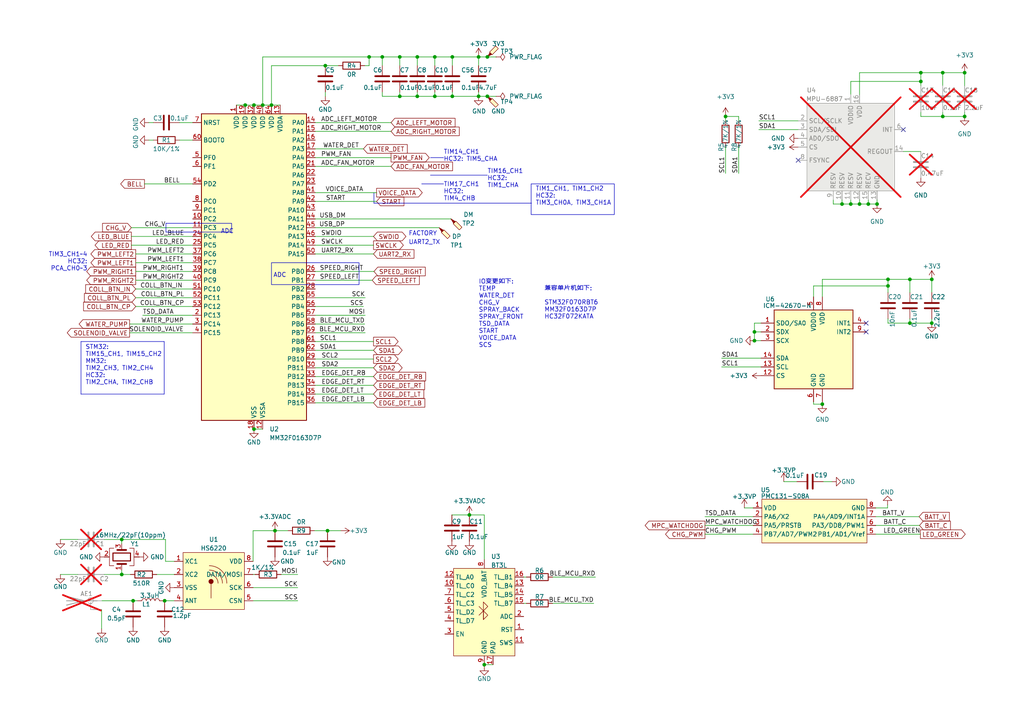
<source format=kicad_sch>
(kicad_sch (version 20231120) (generator "eeschema") (generator_version "8.0")
  (paper "A4")
  (junction (at 257.556 82.931))
  (junction (at 38.608 174.244))
  (junction (at 210.439 33.782))
  (junction (at 138.811 16.51))
  (junction (at 136.144 149.352))
  (junction (at 218.821 96.266))
  (junction (at 251.841 59.182))
  (junction (at 47.752 174.244))
  (junction (at 270.256 81.026))
  (junction (at 244.221 59.182))
  (junction (at 218.821 98.806))
  (junction (at 267.081 21.082))
  (junction (at 115.951 16.51))
  (junction (at 115.951 27.94))
  (junction (at 141.351 16.51))
  (junction (at 273.431 21.082))
  (junction (at 246.761 59.182))
  (junction (at 35.306 156.464))
  (junction (at 273.431 33.782))
  (junction (at 94.996 153.924))
  (junction (at 126.111 27.94))
  (junction (at 249.301 59.182))
  (junction (at 279.781 33.782))
  (junction (at 254.381 59.182))
  (junction (at 140.462 192.786))
  (junction (at 121.031 16.51))
  (junction (at 279.781 21.082))
  (junction (at 78.74 30.48))
  (junction (at 263.906 93.726))
  (junction (at 71.12 30.48))
  (junction (at 94.361 19.05))
  (junction (at 73.66 124.46))
  (junction (at 35.306 166.624))
  (junction (at 131.191 27.94))
  (junction (at 267.081 23.622))
  (junction (at 238.506 117.221))
  (junction (at 107.061 16.51))
  (junction (at 79.756 153.924))
  (junction (at 110.871 16.51))
  (junction (at 263.906 81.026))
  (junction (at 76.2 30.48))
  (junction (at 141.351 27.94))
  (junction (at 270.256 93.726))
  (junction (at 73.66 30.48))
  (junction (at 131.191 16.51))
  (junction (at 257.556 81.026))
  (junction (at 121.031 27.94))
  (junction (at 126.111 16.51))
  (junction (at 138.811 27.94))
  (no_connect (at 251.206 96.266))
  (no_connect (at 262.001 37.592))
  (no_connect (at 231.521 46.482))
  (no_connect (at 251.206 93.726))
  (wire (pts (xy 22.606 156.464) (xy 17.526 156.464)))
  (wire (pts (xy 38.1 68.58) (xy 55.88 68.58)))
  (wire (pts (xy 227.33 139.7) (xy 231.14 139.7)))
  (wire (pts (xy 91.44 78.74) (xy 108.458 78.74)))
  (wire (pts (xy 91.44 63.5) (xy 130.81 63.5)))
  (wire (pts (xy 235.966 117.221) (xy 238.506 117.221)))
  (wire (pts (xy 115.951 16.51) (xy 115.951 19.05)))
  (wire (pts (xy 267.081 24.892) (xy 267.081 23.622)))
  (wire (pts (xy 270.256 81.026) (xy 270.256 84.836)))
  (wire (pts (xy 220.091 37.592) (xy 231.521 37.592)))
  (wire (pts (xy 43.18 40.64) (xy 44.45 40.64)))
  (wire (pts (xy 160.274 175.006) (xy 172.212 175.006)))
  (wire (pts (xy 263.906 93.726) (xy 270.256 93.726)))
  (wire (pts (xy 108.331 111.76) (xy 91.44 111.76)))
  (wire (pts (xy 73.914 166.624) (xy 73.406 166.624)))
  (wire (pts (xy 91.186 153.924) (xy 94.996 153.924)))
  (wire (pts (xy 246.761 23.622) (xy 246.761 27.432)))
  (wire (pts (xy 279.781 33.782) (xy 279.781 32.512)))
  (wire (pts (xy 244.221 59.182) (xy 246.761 59.182)))
  (polyline (pts (xy 124.841 45.72) (xy 128.651 45.72)))
  (wire (pts (xy 35.306 156.464) (xy 35.306 157.734)))
  (wire (pts (xy 110.871 27.94) (xy 115.951 27.94)))
  (wire (pts (xy 35.306 165.354) (xy 35.306 166.624)))
  (wire (pts (xy 249.301 59.182) (xy 251.841 59.182)))
  (polyline (pts (xy 122.301 53.34) (xy 128.651 53.34)))
  (wire (pts (xy 68.58 30.48) (xy 71.12 30.48)))
  (wire (pts (xy 257.556 82.931) (xy 235.966 82.931)))
  (wire (pts (xy 91.44 35.56) (xy 113.411 35.56)))
  (wire (pts (xy 39.37 86.36) (xy 55.88 86.36)))
  (wire (pts (xy 73.406 162.814) (xy 73.406 153.924)))
  (wire (pts (xy 121.031 19.05) (xy 121.031 16.51)))
  (wire (pts (xy 48.006 162.814) (xy 50.546 162.814)))
  (wire (pts (xy 115.951 27.94) (xy 121.031 27.94)))
  (wire (pts (xy 257.556 93.726) (xy 257.556 92.456)))
  (wire (pts (xy 55.88 81.28) (xy 39.37 81.28)))
  (wire (pts (xy 126.111 26.67) (xy 126.111 27.94)))
  (wire (pts (xy 138.811 27.94) (xy 141.351 27.94)))
  (wire (pts (xy 76.2 16.51) (xy 107.061 16.51)))
  (polyline (pts (xy 108.458 58.928) (xy 154.178 58.928)))
  (wire (pts (xy 108.331 116.84) (xy 91.44 116.84)))
  (wire (pts (xy 263.906 81.026) (xy 263.906 84.836)))
  (wire (pts (xy 78.74 19.05) (xy 94.361 19.05)))
  (wire (pts (xy 108.331 99.06) (xy 91.44 99.06)))
  (wire (pts (xy 251.841 59.182) (xy 254.381 59.182)))
  (wire (pts (xy 141.351 16.51) (xy 143.891 16.51)))
  (wire (pts (xy 91.44 66.04) (xy 127.381 66.04)))
  (wire (pts (xy 257.429 147.32) (xy 254 147.32)))
  (wire (pts (xy 126.111 16.51) (xy 131.191 16.51)))
  (wire (pts (xy 91.44 91.44) (xy 105.918 91.44)))
  (wire (pts (xy 249.301 57.912) (xy 249.301 59.182)))
  (wire (pts (xy 131.191 26.67) (xy 131.191 27.94)))
  (wire (pts (xy 108.331 101.6) (xy 91.44 101.6)))
  (wire (pts (xy 98.806 153.924) (xy 94.996 153.924)))
  (wire (pts (xy 39.878 174.244) (xy 38.608 174.244)))
  (wire (pts (xy 138.811 27.94) (xy 138.811 26.67)))
  (wire (pts (xy 45.466 166.624) (xy 50.546 166.624)))
  (wire (pts (xy 270.256 93.726) (xy 270.256 92.456)))
  (wire (pts (xy 210.439 35.052) (xy 210.439 33.782)))
  (wire (pts (xy 204.47 154.94) (xy 218.44 154.94)))
  (wire (pts (xy 43.18 35.56) (xy 44.45 35.56)))
  (wire (pts (xy 257.556 81.026) (xy 263.906 81.026)))
  (wire (pts (xy 251.841 57.912) (xy 251.841 59.182)))
  (wire (pts (xy 214.249 42.672) (xy 214.249 50.292)))
  (wire (pts (xy 91.44 48.26) (xy 113.411 48.26)))
  (wire (pts (xy 76.2 30.48) (xy 73.66 30.48)))
  (wire (pts (xy 210.439 33.782) (xy 214.249 33.782)))
  (wire (pts (xy 238.76 139.7) (xy 241.3 139.7)))
  (wire (pts (xy 218.821 96.266) (xy 218.821 93.726)))
  (wire (pts (xy 140.462 149.352) (xy 140.462 162.306)))
  (wire (pts (xy 273.431 33.782) (xy 279.781 33.782)))
  (wire (pts (xy 48.006 156.464) (xy 48.006 162.814)))
  (polyline (pts (xy 108.458 55.88) (xy 108.458 58.928)))
  (wire (pts (xy 71.12 30.48) (xy 73.66 30.48)))
  (wire (pts (xy 105.791 19.05) (xy 107.061 19.05)))
  (wire (pts (xy 235.966 82.931) (xy 235.966 86.106)))
  (wire (pts (xy 91.44 45.72) (xy 113.411 45.72)))
  (wire (pts (xy 210.439 42.672) (xy 210.439 50.292)))
  (wire (pts (xy 76.2 30.48) (xy 78.74 30.48)))
  (wire (pts (xy 105.791 93.98) (xy 91.44 93.98)))
  (wire (pts (xy 263.906 93.726) (xy 263.906 92.456)))
  (wire (pts (xy 38.1 66.04) (xy 55.88 66.04)))
  (wire (pts (xy 257.556 93.726) (xy 263.906 93.726)))
  (polyline (pts (xy 23.495 99.06) (xy 47.625 99.06)))
  (wire (pts (xy 218.821 96.266) (xy 220.726 96.266)))
  (wire (pts (xy 91.44 86.36) (xy 105.918 86.36)))
  (wire (pts (xy 91.44 88.9) (xy 105.41 88.9)))
  (wire (pts (xy 238.506 86.106) (xy 238.506 81.026)))
  (wire (pts (xy 38.1 71.12) (xy 55.88 71.12)))
  (wire (pts (xy 47.498 174.244) (xy 47.752 174.244)))
  (wire (pts (xy 35.306 156.464) (xy 48.006 156.464)))
  (wire (pts (xy 246.761 57.912) (xy 246.761 59.182)))
  (wire (pts (xy 238.506 117.221) (xy 238.506 116.586)))
  (wire (pts (xy 220.091 35.052) (xy 231.521 35.052)))
  (wire (pts (xy 108.331 109.22) (xy 91.44 109.22)))
  (wire (pts (xy 110.871 26.67) (xy 110.871 27.94)))
  (wire (pts (xy 41.402 91.44) (xy 55.88 91.44)))
  (wire (pts (xy 110.871 16.51) (xy 110.871 19.05)))
  (wire (pts (xy 94.361 19.05) (xy 98.171 19.05)))
  (wire (pts (xy 55.88 78.74) (xy 39.37 78.74)))
  (wire (pts (xy 91.44 81.28) (xy 107.95 81.28)))
  (wire (pts (xy 115.951 16.51) (xy 110.871 16.51)))
  (wire (pts (xy 254 149.86) (xy 266.573 149.86)))
  (wire (pts (xy 73.66 124.46) (xy 76.2 124.46)))
  (wire (pts (xy 140.462 192.786) (xy 143.002 192.786)))
  (wire (pts (xy 254.381 59.182) (xy 254.381 57.912)))
  (wire (pts (xy 107.061 16.51) (xy 107.061 19.05)))
  (wire (pts (xy 218.821 93.726) (xy 220.726 93.726)))
  (wire (pts (xy 105.41 43.18) (xy 91.44 43.18)))
  (wire (pts (xy 257.556 82.931) (xy 257.556 84.836)))
  (wire (pts (xy 204.47 152.4) (xy 218.44 152.4)))
  (wire (pts (xy 29.464 182.372) (xy 29.464 176.784)))
  (wire (pts (xy 131.064 149.352) (xy 136.144 149.352)))
  (wire (pts (xy 246.761 59.182) (xy 249.301 59.182)))
  (wire (pts (xy 105.918 96.52) (xy 91.44 96.52)))
  (wire (pts (xy 78.74 30.48) (xy 81.28 30.48)))
  (wire (pts (xy 273.431 33.782) (xy 273.431 32.512)))
  (wire (pts (xy 138.811 16.51) (xy 138.811 19.05)))
  (wire (pts (xy 39.37 88.9) (xy 55.88 88.9)))
  (wire (pts (xy 209.296 106.426) (xy 220.726 106.426)))
  (polyline (pts (xy 47.625 114.3) (xy 47.625 99.06)))
  (wire (pts (xy 257.556 81.026) (xy 257.556 82.931)))
  (wire (pts (xy 73.406 153.924) (xy 79.756 153.924)))
  (wire (pts (xy 39.37 83.82) (xy 55.88 83.82)))
  (wire (pts (xy 131.191 16.51) (xy 138.811 16.51)))
  (wire (pts (xy 91.44 104.14) (xy 108.331 104.14)))
  (polyline (pts (xy 124.841 50.8) (xy 141.351 50.8)))
  (wire (pts (xy 91.44 106.68) (xy 108.331 106.68)))
  (wire (pts (xy 241.681 59.182) (xy 244.221 59.182)))
  (wire (pts (xy 37.592 93.98) (xy 55.88 93.98)))
  (wire (pts (xy 126.111 27.94) (xy 131.191 27.94)))
  (wire (pts (xy 244.221 57.912) (xy 244.221 59.182)))
  (wire (pts (xy 109.22 58.42) (xy 91.44 58.42)))
  (wire (pts (xy 37.592 96.52) (xy 55.88 96.52)))
  (wire (pts (xy 73.406 170.434) (xy 86.36 170.434)))
  (wire (pts (xy 29.464 174.244) (xy 38.608 174.244)))
  (wire (pts (xy 267.081 21.082) (xy 267.081 23.622)))
  (wire (pts (xy 262.001 43.942) (xy 267.081 43.942)))
  (wire (pts (xy 86.36 166.624) (xy 81.534 166.624)))
  (wire (pts (xy 257.429 146.431) (xy 257.429 147.32)))
  (wire (pts (xy 109.22 55.88) (xy 91.44 55.88)))
  (wire (pts (xy 79.756 153.924) (xy 83.566 153.924)))
  (wire (pts (xy 76.2 16.51) (xy 76.2 30.48)))
  (wire (pts (xy 151.892 175.006) (xy 152.654 175.006)))
  (wire (pts (xy 131.191 27.94) (xy 138.811 27.94)))
  (wire (pts (xy 235.966 116.586) (xy 235.966 117.221)))
  (wire (pts (xy 91.44 73.66) (xy 108.331 73.66)))
  (wire (pts (xy 39.37 76.2) (xy 55.88 76.2)))
  (wire (pts (xy 254 152.4) (xy 266.7 152.4)))
  (wire (pts (xy 73.406 174.244) (xy 86.36 174.244)))
  (wire (pts (xy 110.871 16.51) (xy 107.061 16.51)))
  (wire (pts (xy 91.44 68.58) (xy 108.331 68.58)))
  (wire (pts (xy 249.301 27.432) (xy 249.301 21.082)))
  (wire (pts (xy 126.111 16.51) (xy 126.111 19.05)))
  (wire (pts (xy 94.361 27.94) (xy 94.361 26.67)))
  (wire (pts (xy 218.821 98.806) (xy 220.726 98.806)))
  (wire (pts (xy 160.274 167.386) (xy 172.72 167.386)))
  (polyline (pts (xy 23.495 114.3) (xy 47.625 114.3)))
  (wire (pts (xy 115.951 16.51) (xy 121.031 16.51)))
  (wire (pts (xy 78.74 19.05) (xy 78.74 30.48)))
  (wire (pts (xy 263.906 81.026) (xy 270.256 81.026)))
  (wire (pts (xy 41.91 53.34) (xy 55.88 53.34)))
  (wire (pts (xy 273.431 21.082) (xy 279.781 21.082)))
  (wire (pts (xy 35.306 166.624) (xy 37.846 166.624)))
  (wire (pts (xy 39.37 73.66) (xy 55.88 73.66)))
  (wire (pts (xy 218.821 98.806) (xy 218.821 96.266)))
  (wire (pts (xy 214.249 33.782) (xy 214.249 35.052)))
  (wire (pts (xy 136.144 149.352) (xy 140.462 149.352)))
  (wire (pts (xy 141.351 27.94) (xy 143.891 27.94)))
  (wire (pts (xy 121.031 26.67) (xy 121.031 27.94)))
  (wire (pts (xy 204.47 149.86) (xy 218.44 149.86)))
  (wire (pts (xy 273.431 21.082) (xy 273.431 24.892)))
  (wire (pts (xy 249.301 21.082) (xy 267.081 21.082)))
  (wire (pts (xy 267.081 33.782) (xy 273.431 33.782)))
  (wire (pts (xy 52.07 40.64) (xy 55.88 40.64)))
  (wire (pts (xy 215.9 147.32) (xy 218.44 147.32)))
  (wire (pts (xy 115.951 26.67) (xy 115.951 27.94)))
  (wire (pts (xy 30.226 156.464) (xy 35.306 156.464)))
  (wire (pts (xy 91.44 38.1) (xy 113.411 38.1)))
  (wire (pts (xy 52.07 35.56) (xy 55.88 35.56)))
  (wire (pts (xy 121.031 16.51) (xy 126.111 16.51)))
  (wire (pts (xy 238.506 81.026) (xy 257.556 81.026)))
  (wire (pts (xy 108.331 114.3) (xy 91.44 114.3)))
  (wire (pts (xy 241.681 57.912) (xy 241.681 59.182)))
  (wire (pts (xy 91.44 71.12) (xy 108.331 71.12)))
  (wire (pts (xy 121.031 27.94) (xy 126.111 27.94)))
  (wire (pts (xy 47.752 174.244) (xy 50.546 174.244)))
  (wire (pts (xy 267.081 23.622) (xy 246.761 23.622)))
  (wire (pts (xy 140.462 193.294) (xy 140.462 192.786)))
  (polyline (pts (xy 23.495 99.06) (xy 23.495 114.3)))
  (wire (pts (xy 22.606 166.624) (xy 17.526 166.624)))
  (wire (pts (xy 138.811 16.51) (xy 141.351 16.51)))
  (wire (pts (xy 151.892 167.386) (xy 152.654 167.386)))
  (wire (pts (xy 279.781 21.082) (xy 279.781 24.892)))
  (wire (pts (xy 267.081 33.782) (xy 267.081 32.512)))
  (wire (pts (xy 209.296 103.886) (xy 220.726 103.886)))
  (wire (pts (xy 267.081 21.082) (xy 273.431 21.082)))
  (wire (pts (xy 35.306 166.624) (xy 30.226 166.624)))
  (wire (pts (xy 131.191 16.51) (xy 131.191 19.05)))
  (wire (pts (xy 254 154.94) (xy 266.954 154.94)))
  (rectangle (start 154.051 53.34) (end 178.181 62.23))
  (rectangle (start 48.133 64.77) (end 67.183 67.31))
  (rectangle (start 78.74 76.2) (end 104.14 82.55))
  (text "TIM17_CH1\nHC32:\nTIM4_CHB\n" (at 128.651 58.42 0) (effects (font (size 1.27 1.27)) (justify left bottom)))
  (text "TIM3_CH1~4\nHC32:\nPCA_CH0~3" (at 25.4 78.74 0) (effects (font (size 1.27 1.27)) (justify right bottom)))
  (text "IO变更如下:\nTEMP\nWATER_DET\nCHG_V\nSPRAY_BACK\nSPRAY_FRONT\nTSD_DATA\nSTART\nVOICE_DATA\nSCS" (at 138.811 100.965 0) (effects (font (size 1.27 1.27)) (justify left bottom)))
  (text "ADC" (at 64.008 67.945 0) (effects (font (size 1.27 1.27)) (justify left bottom)))
  (text "TIM1_CH1, TIM1_CH2\nHC32:\nTIM3_CH0A, TIM3_CH1A\n" (at 155.321 59.69 0) (effects (font (size 1.27 1.27)) (justify left bottom)))
  (text "ADC" (at 79.248 80.645 0) (effects (font (size 1.27 1.27)) (justify left bottom)))
  (text "STM32:\nTIM15_CH1, TIM15_CH2\nMM32:\nTIM2_CH3, TIM2_CH4\nHC32:\nTIM2_CHA, TIM2_CHB\n" (at 24.765 111.76 0) (effects (font (size 1.27 1.27)) (justify left bottom)))
  (text "UART2_TX" (at 118.491 71.12 0) (effects (font (size 1.27 1.27)) (justify left bottom)))
  (text "TIM14_CH1\nHC32: TIM5_CHA" (at 128.651 46.99 0) (effects (font (size 1.27 1.27)) (justify left bottom)))
  (text "TIM16_CH1\nHC32:\nTIM1_CHA" (at 141.351 54.61 0) (effects (font (size 1.27 1.27)) (justify left bottom)))
  (text "FACTORY" (at 118.491 68.58 0) (effects (font (size 1.27 1.27)) (justify left bottom)))
  (text "兼容单片机如下:\n\nSTM32F070RBT6\nMM32F0163D7P\nHC32F072KATA" (at 157.861 92.71 0) (effects (font (size 1.27 1.27)) (justify left bottom)))
  (label "MPC_WATCHDOG" (at 204.47 152.4 0))
  (label "ADC_FAN_MOTOR" (at 93.091 48.26 0))
  (label "SDA2" (at 93.218 106.68 0))
  (label "SDA1" (at 97.663 101.6 180))
  (label "COLL_BTN_PL" (at 53.467 86.36 180))
  (label "BLE_MCU_RXD" (at 172.72 167.386 180))
  (label "WATER_PUMP" (at 53.34 93.98 180))
  (label "CHG_V" (at 41.91 66.04 0))
  (label "MOSI" (at 105.918 91.44 180))
  (label "SCL1" (at 97.663 99.06 180))
  (label "CHG_PWM" (at 204.47 154.94 0))
  (label "SCS" (at 86.36 174.244 180))
  (label "BATT_C" (at 256.159 152.4 0))
  (label "BLE_MCU_RXD" (at 105.918 96.52 180))
  (label "USB_DP" (at 100.076 66.04 180))
  (label "EDGE_DET_LT" (at 93.218 114.3 0))
  (label "START" (at 100.203 58.42 180))
  (label "SCS" (at 105.41 88.9 180))
  (label "COLL_BTN_CP" (at 53.467 88.9 180))
  (label "LED_RED" (at 53.467 71.12 180))
  (label "PWM_LEFT2" (at 53.467 73.66 180))
  (label "ADC_LEFT_MOTOR" (at 93.091 35.56 0))
  (label "SDA1" (at 220.091 37.592 0))
  (label "SPEED_RIGHT" (at 92.71 78.74 0))
  (label "SCL1" (at 209.296 106.426 0))
  (label "PWM_LEFT1" (at 53.467 76.2 180))
  (label "PWM_RIGHT1" (at 53.34 78.74 180))
  (label "MOSI" (at 86.36 166.624 180))
  (label "SWDIO" (at 93.091 68.58 0))
  (label "SDA1" (at 214.249 50.292 90))
  (label "LED_GREEN" (at 256.159 154.94 0))
  (label "SCK" (at 86.36 170.434 180))
  (label "COLL_BTN_IN" (at 52.959 83.82 180))
  (label "BATT_V" (at 262.382 149.86 180))
  (label "UART2_RX" (at 93.091 73.66 0))
  (label "TSD_DATA" (at 41.402 91.44 0))
  (label "SPEED_LEFT" (at 92.71 81.28 0))
  (label "SDA1" (at 209.296 103.886 0))
  (label "PWM_FAN" (at 93.091 45.72 0))
  (label "USB_DM" (at 100.33 63.5 180))
  (label "SOLENOID_VALVE" (at 53.34 96.52 180))
  (label "BLE_MCU_TXD" (at 172.212 175.006 180))
  (label "VOICE_DATA" (at 105.41 55.88 180))
  (label "WATER_DET" (at 104.14 43.18 180))
  (label "ADC_RIGHT_MOTOR" (at 93.091 38.1 0))
  (label "LED_BLUE" (at 53.467 68.58 180))
  (label "SCL1" (at 220.091 35.052 0))
  (label "SCK" (at 105.918 86.36 180))
  (label "SCL2" (at 93.218 104.14 0))
  (label "TSD_DATA" (at 204.47 149.86 0))
  (label "SWCLK" (at 93.091 71.12 0))
  (label "BLE_MCU_TXD" (at 105.791 93.98 180))
  (label "BELL" (at 52.197 53.34 180))
  (label "EDGE_DET_RT" (at 93.218 111.76 0))
  (label "EDGE_DET_LB" (at 93.218 116.84 0))
  (label "EDGE_DET_RB" (at 93.218 109.22 0))
  (label "SCL1" (at 210.439 50.292 90))
  (label "PWM_RIGHT2" (at 53.34 81.28 180))
  (global_label "COLL_BTN_PL" (shape input) (at 39.37 86.36 180) (property "Intersheetrefs" "${INTERSHEET_REFS}" (effects (hide yes))))
  (global_label "START" (shape input) (at 109.22 58.42 0) (property "Intersheetrefs" "${INTERSHEET_REFS}" (effects (hide yes))))
  (global_label "LED_BLUE" (shape output) (at 38.1 68.58 180) (property "Intersheetrefs" "${INTERSHEET_REFS}" (effects (hide yes))))
  (global_label "COLL_BTN_IN" (shape input) (at 39.37 83.82 180) (property "Intersheetrefs" "${INTERSHEET_REFS}" (effects (hide yes))))
  (global_label "PWM_LEFT1" (shape output) (at 39.37 76.2 180) (property "Intersheetrefs" "${INTERSHEET_REFS}" (effects (hide yes))))
  (global_label "EDGE_DET_RB" (shape input) (at 108.331 109.22 0) (property "Intersheetrefs" "${INTERSHEET_REFS}" (effects (hide yes))))
  (global_label "UART2_RX" (shape input) (at 108.331 73.66 0) (property "Intersheetrefs" "${INTERSHEET_REFS}" (effects (hide yes))))
  (global_label "SOLENOID_VALVE" (shape output) (at 37.592 96.52 180) (property "Intersheetrefs" "${INTERSHEET_REFS}" (effects (hide yes))))
  (global_label "EDGE_DET_LT" (shape input) (at 108.331 114.3 0) (property "Intersheetrefs" "${INTERSHEET_REFS}" (effects (hide yes))))
  (global_label "WATER_DET" (shape input) (at 105.41 43.18 0) (property "Intersheetrefs" "${INTERSHEET_REFS}" (effects (hide yes))))
  (global_label "BATT_V" (shape input) (at 266.573 149.86 0) (property "Intersheetrefs" "${INTERSHEET_REFS}" (effects (hide yes))))
  (global_label "VOICE_DATA" (shape output) (at 109.22 55.88 0) (property "Intersheetrefs" "${INTERSHEET_REFS}" (effects (hide yes))))
  (global_label "SPEED_LEFT" (shape input) (at 107.95 81.28 0) (property "Intersheetrefs" "${INTERSHEET_REFS}" (effects (hide yes))))
  (global_label "SWCLK" (shape output) (at 108.331 71.12 0) (property "Intersheetrefs" "${INTERSHEET_REFS}" (effects (hide yes))))
  (global_label "SCL2" (shape output) (at 108.331 104.14 0) (property "Intersheetrefs" "${INTERSHEET_REFS}" (effects (hide yes))))
  (global_label "EDGE_DET_RT" (shape input) (at 108.331 111.76 0) (property "Intersheetrefs" "${INTERSHEET_REFS}" (effects (hide yes))))
  (global_label "CHG_PWM" (shape output) (at 204.47 154.94 180) (property "Intersheetrefs" "${INTERSHEET_REFS}" (effects (hide yes))))
  (global_label "BELL" (shape output) (at 41.91 53.34 180) (property "Intersheetrefs" "${INTERSHEET_REFS}" (effects (hide yes))))
  (global_label "ADC_LEFT_MOTOR" (shape input) (at 113.411 35.56 0) (property "Intersheetrefs" "${INTERSHEET_REFS}" (effects (hide yes))))
  (global_label "SDA1" (shape bidirectional) (at 108.331 101.6 0) (property "Intersheetrefs" "${INTERSHEET_REFS}" (effects (hide yes))))
  (global_label "PWM_LEFT2" (shape output) (at 39.37 73.66 180) (property "Intersheetrefs" "${INTERSHEET_REFS}" (effects (hide yes))))
  (global_label "ADC_FAN_MOTOR" (shape input) (at 113.411 48.26 0) (property "Intersheetrefs" "${INTERSHEET_REFS}" (effects (hide yes))))
  (global_label "SDA2" (shape bidirectional) (at 108.331 106.68 0) (property "Intersheetrefs" "${INTERSHEET_REFS}" (effects (hide yes))))
  (global_label "SCL1" (shape output) (at 108.331 99.06 0) (property "Intersheetrefs" "${INTERSHEET_REFS}" (effects (hide yes))))
  (global_label "COLL_BTN_CP" (shape input) (at 39.37 88.9 180) (property "Intersheetrefs" "${INTERSHEET_REFS}" (effects (hide yes))))
  (global_label "ADC_RIGHT_MOTOR" (shape input) (at 113.411 38.1 0) (property "Intersheetrefs" "${INTERSHEET_REFS}" (effects (hide yes))))
  (global_label "CHG_V" (shape input) (at 38.1 66.04 180) (property "Intersheetrefs" "${INTERSHEET_REFS}" (effects (hide yes))))
  (global_label "MPC_WATCHDOG" (shape output) (at 204.47 152.4 180) (property "Intersheetrefs" "${INTERSHEET_REFS}" (effects (hide yes))))
  (global_label "SWDIO" (shape bidirectional) (at 108.331 68.58 0) (property "Intersheetrefs" "${INTERSHEET_REFS}" (effects (hide yes))))
  (global_label "EDGE_DET_LB" (shape input) (at 108.331 116.84 0) (property "Intersheetrefs" "${INTERSHEET_REFS}" (effects (hide yes))))
  (global_label "SPEED_RIGHT" (shape input) (at 108.458 78.74 0) (property "Intersheetrefs" "${INTERSHEET_REFS}" (effects (hide yes))))
  (global_label "PWM_RIGHT2" (shape output) (at 39.37 81.28 180) (property "Intersheetrefs" "${INTERSHEET_REFS}" (effects (hide yes))))
  (global_label "LED_RED" (shape output) (at 38.1 71.12 180) (property "Intersheetrefs" "${INTERSHEET_REFS}" (effects (hide yes))))
  (global_label "WATER_PUMP" (shape output) (at 37.592 93.98 180) (property "Intersheetrefs" "${INTERSHEET_REFS}" (effects (hide yes))))
  (global_label "LED_GREEN" (shape output) (at 266.954 154.94 0) (property "Intersheetrefs" "${INTERSHEET_REFS}" (effects (hide yes))))
  (global_label "PWM_RIGHT1" (shape output) (at 39.37 78.74 180) (property "Intersheetrefs" "${INTERSHEET_REFS}" (effects (hide yes))))
  (global_label "PWM_FAN" (shape output) (at 113.411 45.72 0) (property "Intersheetrefs" "${INTERSHEET_REFS}" (effects (hide yes))))
  (global_label "BATT_C" (shape input) (at 266.7 152.4 0) (property "Intersheetrefs" "${INTERSHEET_REFS}" (effects (hide yes))))
  (symbol (lib_id "Device:C") (at 110.871 22.86 0) (mirror x) (unit 1)
    (property "Reference" "C6" (at 110.871 20.32 0) (effects (justify right)))
    (property "Value" "0.1uF" (at 110.871 25.4 0) (effects (justify right)))
    (property "Footprint" "Capacitor_SMD:C_0603_1608Metric" (effects (hide yes)))
  )
  (symbol (lib_id "power:GND") (at 241.3 139.7 90) (unit 1)
    (property "Reference" "#PWR091" (effects (hide yes)))
    (property "Value" "GND" (at 245.999 139.7 90))
  )
  (symbol (lib_id "Device:C") (at 279.781 28.702 180) (unit 1) (dnp yes)
    (property "Reference" "C18" (at 279.781 26.162 0) (effects (justify right)))
    (property "Value" "2.2uF" (at 279.781 31.242 0) (effects (justify right)))
    (property "Footprint" "Capacitor_SMD:C_0603_1608Metric" (effects (hide yes)))
  )
  (symbol (lib_id "Connector:TestPoint_Probe") (at 127.381 66.04 270) (unit 1)
    (property "Reference" "TP1" (at 132.461 71.12 90))
    (property "Value" "DP" (at 132.461 68.58 90))
    (property "Footprint" "TestPoint:TestPoint_Pad_D1.0mm" (effects (hide yes)))
  )
  (symbol (lib_id "power:+3V3") (at 210.439 33.782 0) (unit 1)
    (property "Reference" "#PWR0121" (effects (hide yes)))
    (property "Value" "+3V3" (at 210.439 28.067 0))
  )
  (symbol (lib_name "GND_3") (lib_id "power:GND") (at 29.464 182.372 0) (mirror y) (unit 1)
    (property "Reference" "#PWR021" (effects (hide yes)))
    (property "Value" "GND" (at 29.464 185.674 0))
  )
  (symbol (lib_id "power:+3V3") (at 220.726 108.966 90) (unit 1)
    (property "Reference" "#PWR038" (effects (hide yes)))
    (property "Value" "+3V3" (at 216.916 108.966 90) (effects (justify left)))
  )
  (symbol (lib_id "Device:C") (at 94.361 22.86 180) (unit 1)
    (property "Reference" "C5" (at 94.361 20.32 0) (effects (justify right)))
    (property "Value" "0.1uF" (at 94.361 25.4 0) (effects (justify right)))
    (property "Footprint" "Capacitor_SMD:C_0603_1608Metric" (effects (hide yes)))
  )
  (symbol (lib_id "power:GND") (at 267.081 51.562 0) (unit 1)
    (property "Reference" "#PWR0131" (effects (hide yes)))
    (property "Value" "GND" (at 267.081 56.642 0))
  )
  (symbol (lib_id "power:GND") (at 43.18 35.56 270) (unit 1)
    (property "Reference" "#PWR040" (effects (hide yes)))
    (property "Value" "GND" (at 39.37 38.1 0) (effects (justify right)))
  )
  (symbol (lib_id "power:GND") (at 17.526 156.464 0) (unit 1)
    (property "Reference" "#PWR022" (effects (hide yes)))
    (property "Value" "GND" (at 17.526 160.274 0))
  )
  (symbol (lib_id "power:GND") (at 40.386 161.544 90) (unit 1)
    (property "Reference" "#PWR031" (effects (hide yes)))
    (property "Value" "GND" (at 43.561 161.5441 90) (effects (justify right)))
  )
  (symbol (lib_id "Device:C") (at 267.081 28.702 180) (unit 1) (dnp yes)
    (property "Reference" "C13" (at 267.081 26.162 0) (effects (justify right)))
    (property "Value" "10nF" (at 267.081 31.242 0) (effects (justify right)))
    (property "Footprint" "Capacitor_SMD:C_0603_1608Metric" (effects (hide yes)))
  )
  (symbol (lib_id "power:+3V3") (at 279.781 21.082 0) (unit 1)
    (property "Reference" "#PWR0129" (effects (hide yes)))
    (property "Value" "+3V3" (at 279.781 16.002 0))
  )
  (symbol (lib_id "power:GND") (at 238.506 117.221 0) (unit 1)
    (property "Reference" "#PWR039" (effects (hide yes)))
    (property "Value" "GND" (at 238.506 121.666 0))
  )
  (symbol (lib_name "GND_1") (lib_id "power:GND") (at 47.752 181.864 0) (mirror y) (unit 1)
    (property "Reference" "#PWR032" (effects (hide yes)))
    (property "Value" "GND" (at 47.752 185.674 0))
  )
  (symbol (lib_id "power:+3.3VP") (at 227.33 139.7 0) (unit 1)
    (property "Reference" "#PWR090" (effects (hide yes)))
    (property "Value" "+3.3VP" (at 227.33 136.398 0))
  )
  (symbol (lib_id "power:GND") (at 50.546 170.434 270) (unit 1)
    (property "Reference" "#PWR033" (effects (hide yes)))
    (property "Value" "GND" (at 46.736 170.434 0))
  )
  (symbol (lib_name "GND_2") (lib_id "power:GND") (at 38.608 181.864 0) (mirror y) (unit 1)
    (property "Reference" "#PWR029" (effects (hide yes)))
    (property "Value" "GND" (at 38.608 185.674 0))
  )
  (symbol (lib_id "Device:C") (at 267.081 47.752 180) (unit 1) (dnp yes)
    (property "Reference" "C14" (at 267.081 45.212 0) (effects (justify right)))
    (property "Value" "0.47uF" (at 267.081 50.292 0) (effects (justify right)))
    (property "Footprint" "Capacitor_SMD:C_0603_1608Metric" (effects (hide yes)))
  )
  (symbol (lib_id "MCU_ST_STM32F0:STM32F070RBTx") (at 73.66 78.74 0) (unit 1)
    (property "Reference" "U2" (at 78.1559 124.46 0) (effects (justify left)))
    (property "Value" "MM32F0163D7P" (at 78.1559 127 0) (effects (justify left)))
    (property "Footprint" "Package_QFP:LQFP-64_10x10mm_P0.5mm" (effects (hide yes)))
    (property "Datasheet" "https://www.st.com/resource/en/datasheet/stm32f070rb.pdf" (effects (hide yes)))
  )
  (symbol (lib_id "power:PWR_FLAG") (at 143.891 27.94 270) (unit 1)
    (property "Reference" "#FLG02" (effects (hide yes)))
    (property "Value" "PWR_FLAG" (at 147.701 27.9399 90) (effects (justify left)))
  )
  (symbol (lib_id "Device:C") (at 79.756 157.734 0) (mirror y) (unit 1)
    (property "Reference" "C15" (at 86.106 157.734 0) (effects (justify left)))
    (property "Value" "0.1uF" (at 87.376 160.274 0) (effects (justify left)))
    (property "Footprint" "Capacitor_SMD:C_0603_1608Metric" (effects (hide yes)))
  )
  (symbol (lib_id "power:GND") (at 94.996 161.544 0) (mirror y) (unit 1)
    (property "Reference" "#PWR035" (effects (hide yes)))
    (property "Value" "GND" (at 98.298 163.068 0))
  )
  (symbol (lib_id "Device:Antenna_Shield") (at 24.384 174.244 90) (mirror x) (unit 1) (dnp yes)
    (property "Reference" "AE1" (at 26.924 172.212 90) (effects (justify left)))
    (property "Value" "Antenna_Shield" (effects (hide yes)))
    (property "Footprint" "Ovo_RF_Antenna:Texas_SWRA117D_2.4GHz_Left" (effects (hide yes)))
  )
  (symbol (lib_id "Device:R") (at 48.26 40.64 90) (unit 1)
    (property "Reference" "R1" (at 48.26 40.64 90))
    (property "Value" "10K/1%" (at 48.26 43.18 90))
    (property "Footprint" "Resistor_SMD:R_0603_1608Metric" (effects (hide yes)))
  )
  (symbol (lib_id "Device:R") (at 210.439 38.862 180) (unit 1)
    (property "Reference" "R5" (at 209.169 42.672 90))
    (property "Value" "4.7K/1%" (at 210.439 38.862 90))
    (property "Footprint" "Resistor_SMD:R_0603_1608Metric" (effects (hide yes)))
  )
  (symbol (lib_id "power:GND") (at 131.064 156.972 0) (unit 1)
    (property "Reference" "#PWR0110" (effects (hide yes)))
    (property "Value" "GND" (at 131.064 160.274 0))
  )
  (symbol (lib_id "power:GND") (at 218.821 98.806 270) (unit 1)
    (property "Reference" "#PWR037" (effects (hide yes)))
    (property "Value" "GND" (at 215.646 98.8059 90) (effects (justify right)))
  )
  (symbol (lib_id "Device:C") (at 47.752 178.054 0) (mirror x) (unit 1)
    (property "Reference" "C12" (at 51.562 176.784 0))
    (property "Value" "1.2pF" (at 52.832 178.562 0))
    (property "Footprint" "Capacitor_SMD:C_0603_1608Metric" (effects (hide yes)))
  )
  (symbol (lib_id "power:GND") (at 140.462 193.294 0) (unit 1)
    (property "Reference" "#PWR0109" (effects (hide yes)))
    (property "Value" "GND" (at 140.462 196.85 0))
  )
  (symbol (lib_id "Device:C") (at 270.256 88.646 180) (unit 1)
    (property "Reference" "C22" (at 270.256 86.106 0) (effects (justify right)))
    (property "Value" "2.2uF" (at 271.78 94.996 90) (effects (justify right)))
    (property "Footprint" "Capacitor_SMD:C_0603_1608Metric" (effects (hide yes)))
  )
  (symbol (lib_id "power:GND") (at 257.429 146.431 180) (unit 1)
    (property "Reference" "#PWR092" (effects (hide yes)))
    (property "Value" "GND" (at 257.302 142.748 0))
  )
  (symbol (lib_id "Device:C") (at 136.144 153.162 0) (unit 1)
    (property "Reference" "C11" (at 136.144 151.257 0) (effects (justify left)))
    (property "Value" "0.1uF" (at 136.144 155.702 0) (effects (justify left)))
    (property "Footprint" "Capacitor_SMD:C_0603_1608Metric" (effects (hide yes)))
  )
  (symbol (lib_id "power:+3V3") (at 138.811 16.51 0) (unit 1)
    (property "Reference" "#PWR044" (effects (hide yes)))
    (property "Value" "+3V3" (at 138.811 12.7 0))
  )
  (symbol (lib_id "Device:C") (at 257.556 88.646 180) (unit 1)
    (property "Reference" "C20" (at 257.556 86.106 0) (effects (justify right)))
    (property "Value" "10nF" (at 258.826 94.996 90) (effects (justify right)))
    (property "Footprint" "Capacitor_SMD:C_0603_1608Metric" (effects (hide yes)))
  )
  (symbol (lib_id "Device:C") (at 38.608 178.054 0) (mirror x) (unit 1)
    (property "Reference" "C4" (at 33.782 176.784 0))
    (property "Value" "0.5pF" (at 33.782 179.324 0))
    (property "Footprint" "Capacitor_SMD:C_0603_1608Metric" (effects (hide yes)))
  )
  (symbol (lib_id "power:+3V3") (at 270.256 81.026 0) (unit 1)
    (property "Reference" "#PWR047" (effects (hide yes)))
    (property "Value" "+3V3" (at 270.256 77.216 0))
  )
  (symbol (lib_id "Device:R") (at 156.464 175.006 90) (unit 1)
    (property "Reference" "R7" (at 156.464 173.101 90))
    (property "Value" "0R" (at 156.464 175.006 90))
    (property "Footprint" "Resistor_SMD:R_0603_1608Metric" (effects (hide yes)))
  )
  (symbol (lib_id "Device:L") (at 43.688 174.244 270) (mirror x) (unit 1)
    (property "Reference" "L1" (at 42.418 175.26 90))
    (property "Value" "3.3uH" (at 43.434 172.72 90))
    (property "Footprint" "Inductor_SMD:L_0603_1608Metric" (effects (hide yes)))
  )
  (symbol (lib_id "power:+3.3VADC") (at 136.144 149.352 0) (unit 1)
    (property "Reference" "#PWR099" (effects (hide yes)))
    (property "Value" "+3.3VADC" (at 136.144 145.288 0))
  )
  (symbol (lib_id "Ovo_RF:HS6220") (at 61.976 167.894 0) (unit 1)
    (property "Reference" "U1" (at 61.976 156.464 0))
    (property "Value" "HS6220" (at 61.976 159.004 0))
    (property "Footprint" "Package_SO:SOIC-8_3.9x4.9mm_P1.27mm" (effects (hide yes)))
    (property "Datasheet" "file:///D:/%E4%B8%8B%E8%BD%BD%E6%96%87%E4%BB%B6/ovo%E4%B8%8B%E8%BD%BD/7_HS6220_DataSheet_v0.3_20210826.pdf" (effects (hide yes)))
  )
  (symbol (lib_id "Device:C") (at 234.95 139.7 90) (unit 1)
    (property "Reference" "C19" (at 240.03 137.795 90) (effects (justify left)))
    (property "Value" "0.1uF" (at 233.299 137.922 90) (effects (justify left)))
    (property "Footprint" "Capacitor_SMD:C_0603_1608Metric" (effects (hide yes)))
  )
  (symbol (lib_id "Device:R") (at 156.464 167.386 90) (unit 1)
    (property "Reference" "R6" (at 156.464 165.481 90))
    (property "Value" "0R" (at 156.464 167.386 90))
    (property "Footprint" "Resistor_SMD:R_0603_1608Metric" (effects (hide yes)))
  )
  (symbol (lib_id "power:+3.3VADC") (at 79.756 153.924 0) (unit 1)
    (property "Reference" "#PWR098" (effects (hide yes)))
    (property "Value" "+3.3VADC" (at 79.756 149.86 0))
  )
  (symbol (lib_id "power:GND") (at 138.811 27.94 0) (unit 1)
    (property "Reference" "#PWR045" (effects (hide yes)))
    (property "Value" "GND" (at 138.938 32.258 0))
  )
  (symbol (lib_id "power:GND") (at 254.381 59.182 0) (unit 1)
    (property "Reference" "#PWR0115" (effects (hide yes)))
    (property "Value" "GND" (at 254.381 64.262 0))
  )
  (symbol (lib_id "power:GND") (at 43.18 40.64 270) (unit 1)
    (property "Reference" "#PWR041" (effects (hide yes)))
    (property "Value" "GND" (at 39.37 43.18 0) (effects (justify right)))
  )
  (symbol (lib_id "Connector:TestPoint_Probe") (at 141.351 27.94 270) (unit 1)
    (property "Reference" "TP4" (at 145.161 29.5274 90) (effects (justify left)))
    (property "Value" "GND" (at 146.558 32.258 90) (effects (justify right)))
    (property "Footprint" "TestPoint:TestPoint_Pad_D1.0mm" (effects (hide yes)))
  )
  (symbol (lib_id "power:GND") (at 270.256 93.726 0) (unit 1)
    (property "Reference" "#PWR048" (effects (hide yes)))
    (property "Value" "GND" (at 270.256 97.536 0))
  )
  (symbol (lib_id "Device:C") (at 26.416 156.464 270) (unit 1) (dnp yes)
    (property "Reference" "C1" (at 28.956 157.734 90))
    (property "Value" "22pF" (at 22.606 157.734 90))
    (property "Footprint" "Capacitor_SMD:C_0603_1608Metric" (effects (hide yes)))
  )
  (symbol (lib_id "power:PWR_FLAG") (at 143.891 16.51 270) (unit 1)
    (property "Reference" "#FLG01" (effects (hide yes)))
    (property "Value" "PWR_FLAG" (at 147.701 16.5099 90) (effects (justify left)))
  )
  (symbol (lib_id "power:GND") (at 231.521 40.132 270) (unit 1)
    (property "Reference" "#PWR0118" (effects (hide yes)))
    (property "Value" "GND" (at 227.711 40.1319 90) (effects (justify right)))
  )
  (symbol (lib_id "Device:R") (at 87.376 153.924 270) (mirror x) (unit 1)
    (property "Reference" "R9" (at 87.376 153.924 90))
    (property "Value" "0R" (at 87.376 151.384 90))
    (property "Footprint" "Resistor_SMD:R_0603_1608Metric" (effects (hide yes)))
  )
  (symbol (lib_id "power:GND") (at 30.226 161.544 270) (unit 1)
    (property "Reference" "#PWR030" (effects (hide yes)))
    (property "Value" "GND" (at 27.051 161.5441 90) (effects (justify right)))
  )
  (symbol (lib_id "Device:C") (at 94.996 157.734 0) (mirror y) (unit 1)
    (property "Reference" "C17" (at 92.456 157.734 0) (effects (justify left)))
    (property "Value" "1uF" (at 92.456 160.274 0) (effects (justify left)))
    (property "Footprint" "Capacitor_SMD:C_0603_1608Metric" (effects (hide yes)))
  )
  (symbol (lib_id "Ovo_RF_Bluetooth:BT3L") (at 140.462 177.546 0) (unit 1)
    (property "Reference" "U3" (at 142.4179 161.417 0) (effects (justify left)))
    (property "Value" "BT3L" (at 142.4179 163.957 0) (effects (justify left)))
    (property "Footprint" "Ovo_RF_Module:Tuya_BT3L" (effects (hide yes)))
  )
  (symbol (lib_id "power:GND") (at 136.144 156.972 0) (unit 1)
    (property "Reference" "#PWR0128" (effects (hide yes)))
    (property "Value" "GND" (at 136.144 160.274 0))
  )
  (symbol (lib_id "Device:C") (at 131.064 153.162 0) (unit 1)
    (property "Reference" "C9" (at 131.064 151.257 0) (effects (justify left)))
    (property "Value" "1uF" (at 131.064 155.702 0) (effects (justify left)))
    (property "Footprint" "Capacitor_SMD:C_0603_1608Metric" (effects (hide yes)))
  )
  (symbol (lib_id "Device:C") (at 263.906 88.646 180) (unit 1)
    (property "Reference" "C21" (at 263.906 86.106 0) (effects (justify right)))
    (property "Value" "0.1uF" (at 265.176 94.996 90) (effects (justify right)))
    (property "Footprint" "Capacitor_SMD:C_0603_1608Metric" (effects (hide yes)))
  )
  (symbol (lib_id "Device:C") (at 138.811 22.86 180) (unit 1)
    (property "Reference" "C57" (at 138.811 20.32 0) (effects (justify right)))
    (property "Value" "4.7uF" (at 138.811 25.4 0) (effects (justify right)))
    (property "Footprint" "Capacitor_SMD:C_0603_1608Metric" (effects (hide yes)))
  )
  (symbol (lib_id "power:GND") (at 79.756 161.544 0) (mirror y) (unit 1)
    (property "Reference" "#PWR034" (effects (hide yes)))
    (property "Value" "GND" (at 83.312 162.814 0))
  )
  (symbol (lib_id "Device:R") (at 214.249 38.862 180) (unit 1)
    (property "Reference" "R8" (at 212.979 42.672 90))
    (property "Value" "4.7K/1%" (at 214.249 38.862 90))
    (property "Footprint" "Resistor_SMD:R_0603_1608Metric" (effects (hide yes)))
  )
  (symbol (lib_id "Device:C") (at 126.111 22.86 180) (unit 1)
    (property "Reference" "C10" (at 126.111 20.32 0) (effects (justify right)))
    (property "Value" "0.1uF" (at 126.111 25.4 0) (effects (justify right)))
    (property "Footprint" "Capacitor_SMD:C_0603_1608Metric" (effects (hide yes)))
  )
  (symbol (lib_id "power:+3V3") (at 231.521 42.672 90) (unit 1)
    (property "Reference" "#PWR0117" (effects (hide yes)))
    (property "Value" "+3V3" (at 227.711 42.6719 90) (effects (justify left)))
  )
  (symbol (lib_id "Connector:TestPoint_Probe") (at 141.351 16.51 0) (unit 1)
    (property "Reference" "TP3" (at 145.161 14.9224 0) (effects (justify left)))
    (property "Value" "3V3" (at 146.431 12.7 0) (effects (justify right)))
    (property "Footprint" "TestPoint:TestPoint_Pad_D1.0mm" (effects (hide yes)))
  )
  (symbol (lib_id "Connector:TestPoint_Probe") (at 130.81 63.5 270) (unit 1)
    (property "Reference" "TP2" (at 135.89 64.77 90))
    (property "Value" "DM" (at 135.89 62.23 90))
    (property "Footprint" "TestPoint:TestPoint_Pad_D1.0mm" (effects (hide yes)))
  )
  (symbol (lib_id "Device:C") (at 115.951 22.86 180) (unit 1)
    (property "Reference" "C7" (at 115.951 20.32 0) (effects (justify right)))
    (property "Value" "0.1uF" (at 115.951 25.4 0) (effects (justify right)))
    (property "Footprint" "Capacitor_SMD:C_0603_1608Metric" (effects (hide yes)))
  )
  (symbol (lib_name "+3V3_1") (lib_id "power:+3V3") (at 98.806 153.924 270) (mirror x) (unit 1)
    (property "Reference" "#PWR036" (effects (hide yes)))
    (property "Value" "+3V3" (at 101.346 153.924 90) (effects (justify left)))
  )
  (symbol (lib_id "power:GND") (at 17.526 166.624 0) (unit 1)
    (property "Reference" "#PWR028" (effects (hide yes)))
    (property "Value" "GND" (at 19.558 170.18 0) (effects (justify right)))
  )
  (symbol (lib_id "Device:Crystal_GND24") (at 35.306 161.544 90) (unit 1)
    (property "Reference" "Y1" (at 39.116 157.734 90))
    (property "Value" "16MHz/22pF(10ppm)" (at 37.846 155.194 90))
    (property "Footprint" "Ovo_Oscillaror:Oscillator_SMD_Abracon_ASE-4Pin_3.2x2.5mm" (effects (hide yes)))
  )
  (symbol (lib_id "power:GND") (at 73.66 124.46 0) (unit 1)
    (property "Reference" "#PWR042" (effects (hide yes)))
    (property "Value" "GND" (at 73.66 128.27 0))
  )
  (symbol (lib_id "Sensor_Motion:LSM6DS3") (at 235.966 101.346 0) (unit 1)
    (property "Reference" "U6" (at 223.3676 86.7664 0))
    (property "Value" "ICM-42670-N" (at 228.346 88.646 0))
    (property "Footprint" "Package_LGA:LGA-14_3x2.5mm_P0.5mm_LayoutBorder3x4y" (effects (hide yes)))
    (property "Datasheet" "www.st.com/resource/en/datasheet/lsm6ds3.pdf" (effects (hide yes)))
  )
  (symbol (lib_id "power:GND") (at 279.781 33.782 0) (unit 1)
    (property "Reference" "#PWR0130" (effects (hide yes)))
    (property "Value" "GND" (at 279.781 38.862 0))
  )
  (symbol (lib_id "Ovo_Sensor_Motion:MPU-6887") (at 246.761 42.672 0) (unit 1) (dnp yes)
    (property "Reference" "U4" (at 235.331 26.162 0))
    (property "Value" "MPU-6887" (at 239.141 28.702 0))
    (property "Footprint" "Ovo_Package_LGA:TDK_LGA-16_3x3mm_P0.5mm_LayoutBorder3x5y" (effects (hide yes)))
  )
  (symbol (lib_id "power:GND") (at 94.361 27.94 0) (unit 1)
    (property "Reference" "#PWR043" (effects (hide yes)))
    (property "Value" "GND" (at 94.361 31.75 0))
  )
  (symbol (lib_id "Device:R") (at 101.981 19.05 90) (unit 1)
    (property "Reference" "R4" (at 101.981 19.05 90))
    (property "Value" "0R" (at 101.981 21.59 90))
    (property "Footprint" "Resistor_SMD:R_0603_1608Metric" (effects (hide yes)))
  )
  (symbol (lib_id "Ovo_MCU_Padauk:PMC131-S08") (at 234.95 151.13 0) (unit 1)
    (property "Reference" "U5" (at 221.996 142.113 0))
    (property "Value" "PMC131-S08A" (at 227.711 143.891 0))
    (property "Footprint" "Package_SO:SOIC-8_3.9x4.9mm_P1.27mm" (effects (hide yes)))
  )
  (symbol (lib_id "Device:C") (at 121.031 22.86 180) (unit 1)
    (property "Reference" "C8" (at 121.031 20.32 0) (effects (justify right)))
    (property "Value" "0.1uF" (at 121.031 25.4 0) (effects (justify right)))
    (property "Footprint" "Capacitor_SMD:C_0603_1608Metric" (effects (hide yes)))
  )
  (symbol (lib_id "Device:C") (at 131.191 22.86 180) (unit 1)
    (property "Reference" "C56" (at 133.731 20.32 0) (effects (justify right)))
    (property "Value" "0.1uF" (at 133.731 25.4 0) (effects (justify right)))
    (property "Footprint" "Capacitor_SMD:C_0603_1608Metric" (effects (hide yes)))
  )
  (symbol (lib_id "Device:C") (at 26.416 166.624 270) (unit 1) (dnp yes)
    (property "Reference" "C2" (at 30.226 167.894 90))
    (property "Value" "22pF" (at 22.606 167.894 90))
    (property "Footprint" "Capacitor_SMD:C_0603_1608Metric" (effects (hide yes)))
  )
  (symbol (lib_id "Device:R") (at 41.656 166.624 270) (unit 1)
    (property "Reference" "R2" (at 41.021 166.624 90))
    (property "Value" "510R" (at 41.021 169.164 90))
    (property "Footprint" "Resistor_SMD:R_0603_1608Metric" (effects (hide yes)))
  )
  (symbol (lib_id "Device:C") (at 273.431 28.702 180) (unit 1) (dnp yes)
    (property "Reference" "C16" (at 273.431 26.162 0) (effects (justify right)))
    (property "Value" "0.1uF" (at 273.431 31.242 0) (effects (justify right)))
    (property "Footprint" "Capacitor_SMD:C_0603_1608Metric" (effects (hide yes)))
  )
  (symbol (lib_id "Device:R") (at 77.724 166.624 270) (unit 1)
    (property "Reference" "R3" (at 77.724 166.624 90))
    (property "Value" "1K/1%" (at 76.2 164.592 90))
    (property "Footprint" "Resistor_SMD:R_0603_1608Metric" (effects (hide yes)))
  )
  (symbol (lib_id "Device:C") (at 48.26 35.56 90) (unit 1)
    (property "Reference" "C3" (at 45.72 34.29 90))
    (property "Value" "0.1uF" (at 52.07 34.29 90))
    (property "Footprint" "Capacitor_SMD:C_0603_1608Metric" (effects (hide yes)))
  )
  (symbol (lib_id "power:+3.3VP") (at 215.9 147.32 0) (unit 1)
    (property "Reference" "#PWR089" (effects (hide yes)))
    (property "Value" "+3.3VP" (at 215.9 144.018 0))
  )
)
</source>
